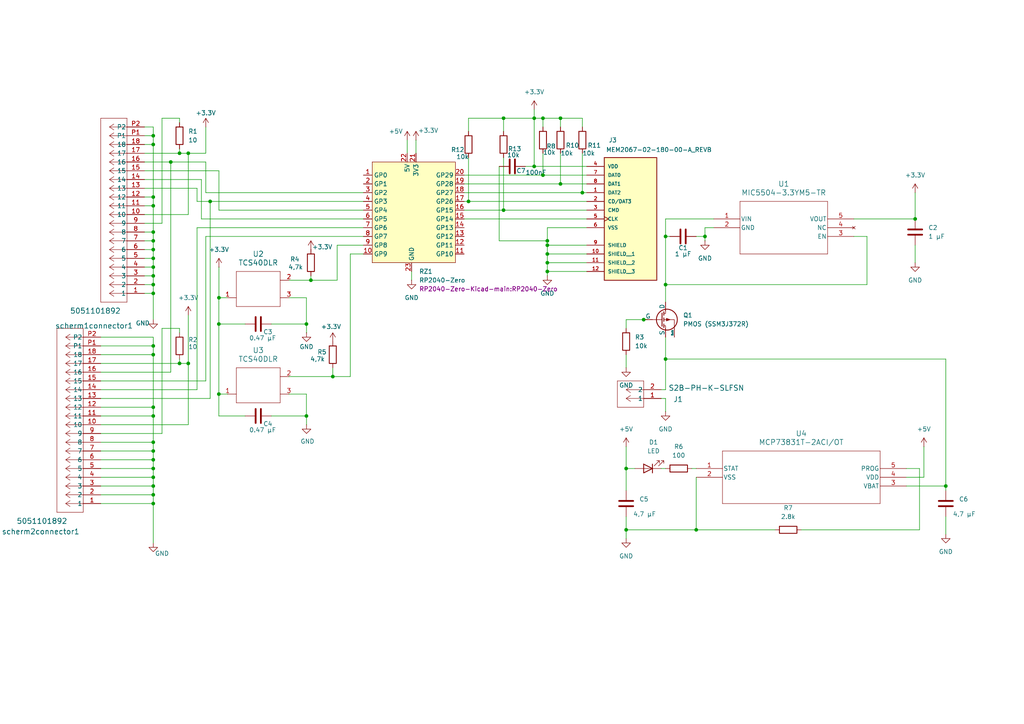
<source format=kicad_sch>
(kicad_sch (version 20231120) (generator "eeschema") (generator_version "8.0")
  (paper "A4")
  (lib_symbols
    (symbol "2025-02-12_21-33-58:MIC5504-3.3YM5-TR" (pin_names (offset 0.254))
      (property "Reference" "U" (at 20.32 10.16 0))
      (property "Value" "MIC5504-3.3YM5-TR" (at 20.32 7.62 0))
      (symbol "MIC5504-3.3YM5-TR_0_1"
        (pin input line (at 0 0 0) (length 7.62) (name "VIN") (number "1"))
        (pin power_in line (at 0 -2.54 0) (length 7.62) (name "GND") (number "2"))
        (pin input line (at 40.64 -5.08 180) (length 7.62) (name "EN") (number "3"))
        (pin no_connect line (at 40.64 -2.54 180) (length 7.62) (name "NC") (number "4"))
        (pin output line (at 40.64 0 180) (length 7.62) (name "VOUT") (number "5"))
      )
    )
    (symbol "2025-02-15_13-03-05:TCS40DLR" (pin_names (offset 0.254) hide)
      (property "Reference" "U" (at 0 0 0))
      (property "Value" "TCS40DLR" (at 0 0 0))
      (symbol "TCS40DLR_0_1"
        (pin unspecified line (at -2.5146 -7.62 180) (length 0.0254) (name "1") (number "1"))
        (pin unspecified line (at 15.2654 -2.54 180) (length 0.0254) (name "2") (number "2"))
        (pin unspecified line (at 15.2654 -7.62 180) (length 0.0254) (name "3") (number "3"))
      )
    )
    (symbol "2025-02-15_14-27-31:MCP73831T-2ACI_OT" (pin_names (offset 0.254))
      (property "Reference" "U" (at 30.48 10.16 0))
      (property "Value" "MCP73831T-2ACI/OT" (at 30.48 7.62 0))
      (symbol "MCP73831T-2ACI_OT_0_1"
        (pin unspecified line (at 0 0 0) (length 7.62) (name "STAT") (number "1"))
        (pin unspecified line (at 0 -2.54 0) (length 7.62) (name "VSS") (number "2"))
        (pin unspecified line (at 60.96 -5.08 180) (length 7.62) (name "VBAT") (number "3"))
        (pin unspecified line (at 60.96 -2.54 180) (length 7.62) (name "VDD") (number "4"))
        (pin unspecified line (at 60.96 0 180) (length 7.62) (name "PROG") (number "5"))
      )
    )
    (symbol "2025-02-15_18-16-08:5051101892" (pin_names (offset 0.254))
      (property "Reference" "J" (at 8.89 6.35 0))
      (property "Value" "5051101892" (at 0 0 0))
      (symbol "5051101892_1_1"
        (pin unspecified line (at 0 0 0) (length 5.08) (name "1") (number "1"))
        (pin unspecified line (at 0 -22.86 0) (length 5.08) (name "10") (number "10"))
        (pin unspecified line (at 0 -25.4 0) (length 5.08) (name "11") (number "11"))
        (pin unspecified line (at 0 -27.94 0) (length 5.08) (name "12") (number "12"))
        (pin unspecified line (at 0 -30.48 0) (length 5.08) (name "13") (number "13"))
        (pin unspecified line (at 0 -33.02 0) (length 5.08) (name "14") (number "14"))
        (pin unspecified line (at 0 -35.56 0) (length 5.08) (name "15") (number "15"))
        (pin unspecified line (at 0 -38.1 0) (length 5.08) (name "16") (number "16"))
        (pin unspecified line (at 0 -40.64 0) (length 5.08) (name "17") (number "17"))
        (pin unspecified line (at 0 -43.18 0) (length 5.08) (name "18") (number "18"))
        (pin unspecified line (at 0 -2.54 0) (length 5.08) (name "2") (number "2"))
        (pin unspecified line (at 0 -5.08 0) (length 5.08) (name "3") (number "3"))
        (pin unspecified line (at 0 -7.62 0) (length 5.08) (name "4") (number "4"))
        (pin unspecified line (at 0 -10.16 0) (length 5.08) (name "5") (number "5"))
        (pin unspecified line (at 0 -12.7 0) (length 5.08) (name "6") (number "6"))
        (pin unspecified line (at 0 -15.24 0) (length 5.08) (name "7") (number "7"))
        (pin unspecified line (at 0 -17.78 0) (length 5.08) (name "8") (number "8"))
        (pin unspecified line (at 0 -20.32 0) (length 5.08) (name "9") (number "9"))
        (pin unspecified line (at 0 -45.72 0) (length 5.08) (name "P1") (number "P1"))
        (pin unspecified line (at 0 -48.26 0) (length 5.08) (name "P2") (number "P2"))
      )
      (symbol "5051101892_1_2"
        (pin unspecified line (at 0 0 0) (length 5.08) (name "1") (number "1"))
        (pin unspecified line (at 0 -22.86 0) (length 5.08) (name "10") (number "10"))
        (pin unspecified line (at 0 -25.4 0) (length 5.08) (name "11") (number "11"))
        (pin unspecified line (at 0 -27.94 0) (length 5.08) (name "12") (number "12"))
        (pin unspecified line (at 0 -30.48 0) (length 5.08) (name "13") (number "13"))
        (pin unspecified line (at 0 -33.02 0) (length 5.08) (name "14") (number "14"))
        (pin unspecified line (at 0 -35.56 0) (length 5.08) (name "15") (number "15"))
        (pin unspecified line (at 0 -38.1 0) (length 5.08) (name "16") (number "16"))
        (pin unspecified line (at 0 -40.64 0) (length 5.08) (name "17") (number "17"))
        (pin unspecified line (at 0 -43.18 0) (length 5.08) (name "18") (number "18"))
        (pin unspecified line (at 0 -2.54 0) (length 5.08) (name "2") (number "2"))
        (pin unspecified line (at 0 -5.08 0) (length 5.08) (name "3") (number "3"))
        (pin unspecified line (at 0 -7.62 0) (length 5.08) (name "4") (number "4"))
        (pin unspecified line (at 0 -10.16 0) (length 5.08) (name "5") (number "5"))
        (pin unspecified line (at 0 -12.7 0) (length 5.08) (name "6") (number "6"))
        (pin unspecified line (at 0 -15.24 0) (length 5.08) (name "7") (number "7"))
        (pin unspecified line (at 0 -17.78 0) (length 5.08) (name "8") (number "8"))
        (pin unspecified line (at 0 -20.32 0) (length 5.08) (name "9") (number "9"))
        (pin unspecified line (at 0 -45.72 0) (length 5.08) (name "P1") (number "P1"))
        (pin unspecified line (at 0 -48.26 0) (length 5.08) (name "P2") (number "P2"))
      )
    )
    (symbol "2025-02-15_18-41-20:S2B-PH-K-SLFSN" (pin_names (offset 0.254))
      (property "Reference" "J" (at 8.89 6.35 0))
      (property "Value" "S2B-PH-K-SLFSN" (at 0 0 0))
      (symbol "S2B-PH-K-SLFSN_1_1"
        (pin unspecified line (at 0 0 0) (length 5.08) (name "1") (number "1"))
        (pin unspecified line (at 0 -2.54 0) (length 5.08) (name "2") (number "2"))
      )
      (symbol "S2B-PH-K-SLFSN_1_2"
        (pin unspecified line (at 0 0 0) (length 5.08) (name "1") (number "1"))
        (pin unspecified line (at 0 -2.54 0) (length 5.08) (name "2") (number "2"))
      )
    )
    (symbol "Device:C" (pin_numbers hide) (pin_names (offset 0.254))
      (property "Reference" "C" (at 0.635 2.54 0))
      (property "Value" "C" (at 0.635 -2.54 0))
      (symbol "C_1_1"
        (pin passive line (at 0 3.81 270) (length 2.794) (name "~") (number "1"))
        (pin passive line (at 0 -3.81 90) (length 2.794) (name "~") (number "2"))
      )
    )
    (symbol "Device:LED" (pin_numbers hide) (pin_names (offset 1.016) hide)
      (property "Reference" "D" (at 0 2.54 0))
      (property "Value" "LED" (at 0 -2.54 0))
      (symbol "LED_1_1"
        (pin passive line (at -3.81 0 0) (length 2.54) (name "K") (number "1"))
        (pin passive line (at 3.81 0 180) (length 2.54) (name "A") (number "2"))
      )
    )
    (symbol "Device:R" (pin_numbers hide) (pin_names (offset 0))
      (property "Reference" "R" (at 2.032 0 90))
      (property "Value" "R" (at 0 0 90))
      (symbol "R_1_1"
        (pin passive line (at 0 3.81 270) (length 1.27) (name "~") (number "1"))
        (pin passive line (at 0 -3.81 90) (length 1.27) (name "~") (number "2"))
      )
    )
    (symbol "MEM2067-02-180-00-A_REVB:MEM2067-02-180-00-A_REVB" (pin_names (offset 1.016))
      (property "Reference" "J" (at 0 12.7117 0))
      (property "Value" "MEM2067-02-180-00-A_REVB" (at 0 -25.4026 0))
      (symbol "MEM2067-02-180-00-A_REVB_0_0"
        (pin bidirectional line (at -5.08 2.54 0) (length 5.08) (name "DAT2") (number "1"))
        (pin passive line (at -5.08 -15.24 0) (length 5.08) (name "SHIELD__1") (number "10"))
        (pin passive line (at -5.08 -17.78 0) (length 5.08) (name "SHIELD__2") (number "11"))
        (pin passive line (at -5.08 -20.32 0) (length 5.08) (name "SHIELD__3") (number "12"))
        (pin bidirectional line (at -5.08 0 0) (length 5.08) (name "CD/DAT3") (number "2"))
        (pin bidirectional line (at -5.08 -2.54 0) (length 5.08) (name "CMD") (number "3"))
        (pin power_in line (at -5.08 10.16 0) (length 5.08) (name "VDD") (number "4"))
        (pin bidirectional clock (at -5.08 -5.08 0) (length 5.08) (name "CLK") (number "5"))
        (pin power_in line (at -5.08 -7.62 0) (length 5.08) (name "VSS") (number "6"))
        (pin bidirectional line (at -5.08 7.62 0) (length 5.08) (name "DAT0") (number "7"))
        (pin bidirectional line (at -5.08 5.08 0) (length 5.08) (name "DAT1") (number "8"))
        (pin passive line (at -5.08 -12.7 0) (length 5.08) (name "SHIELD") (number "9"))
      )
    )
    (symbol "Simulation_SPICE:PMOS_Substrate" (pin_numbers hide) (pin_names (offset 0))
      (property "Reference" "Q" (at 6.35 1.27 0))
      (property "Value" "PMOS_Substrate" (at 6.35 -1.27 0))
      (symbol "PMOS_Substrate_1_1"
        (pin passive line (at 2.54 5.08 270) (length 2.54) (name "D") (number "1"))
        (pin input line (at -3.81 0 0) (length 2.54) (name "G") (number "2"))
        (pin passive line (at 2.54 -5.08 90) (length 2.54) (name "S") (number "3"))
        (pin input line (at 5.08 -5.08 90) (length 2.54) (name "Bulk") (number "4"))
      )
    )
    (symbol "power:+3.3V" (power) (pin_numbers hide) (pin_names (offset 0) hide)
      (property "Value" "+3.3V" (at 0 3.556 0))
      (symbol "+3.3V_1_1"
        (pin power_in line (at 0 0 90) (length 0) (name "~") (number "1"))
      )
    )
    (symbol "power:+5V" (power) (pin_numbers hide) (pin_names (offset 0) hide)
      (property "Value" "+5V" (at 0 3.556 0))
      (symbol "+5V_1_1"
        (pin power_in line (at 0 0 90) (length 0) (name "~") (number "1"))
      )
    )
    (symbol "power:GND" (power) (pin_numbers hide) (pin_names (offset 0) hide)
      (property "Value" "GND" (at 0 -3.81 0))
      (symbol "GND_1_1"
        (pin power_in line (at 0 0 270) (length 0) (name "~") (number "1"))
      )
    )
    (symbol "rp2040-zero:RP2040-Zero"
      (property "Reference" "RZ" (at 0 0 0))
      (property "Value" "RP2040-Zero" (at 0 -2.54 0))
      (property "Footprint" "RP2040-Zero:RP2040-Zero" (at 0 0 0))
      (symbol "RP2040-Zero_1_1"
        (pin bidirectional line (at -13.97 10.16 0) (length 2.54) (name "GP0") (number "1"))
        (pin bidirectional line (at -13.97 -12.7 0) (length 2.54) (name "GP9") (number "10"))
        (pin bidirectional line (at 15.24 -12.7 180) (length 2.54) (name "GP10") (number "11"))
        (pin bidirectional line (at 15.24 -10.16 180) (length 2.54) (name "GP11") (number "12"))
        (pin bidirectional line (at 15.24 -7.62 180) (length 2.54) (name "GP12") (number "13"))
        (pin bidirectional line (at 15.24 -5.08 180) (length 2.54) (name "GP13") (number "14"))
        (pin bidirectional line (at 15.24 -2.54 180) (length 2.54) (name "GP14") (number "15"))
        (pin bidirectional line (at 15.24 0 180) (length 2.54) (name "GP15") (number "16"))
        (pin bidirectional line (at 15.24 2.54 180) (length 2.54) (name "GP26") (number "17"))
        (pin bidirectional line (at 15.24 5.08 180) (length 2.54) (name "GP27") (number "18"))
        (pin bidirectional line (at 15.24 7.62 180) (length 2.54) (name "GP28") (number "19"))
        (pin bidirectional line (at -13.97 7.62 0) (length 2.54) (name "GP1") (number "2"))
        (pin bidirectional line (at 15.24 10.16 180) (length 2.54) (name "GP29") (number "20"))
        (pin power_in line (at 1.27 16.51 270) (length 2.54) (name "3V3") (number "21"))
        (pin power_in line (at -1.27 16.51 270) (length 2.54) (name "5V") (number "22"))
        (pin power_in line (at 0 -17.78 90) (length 2.54) (name "GND") (number "23"))
        (pin bidirectional line (at -13.97 5.08 0) (length 2.54) (name "GP2") (number "3"))
        (pin bidirectional line (at -13.97 2.54 0) (length 2.54) (name "GP3") (number "4"))
        (pin bidirectional line (at -13.97 0 0) (length 2.54) (name "GP4") (number "5"))
        (pin bidirectional line (at -13.97 -2.54 0) (length 2.54) (name "GP5") (number "6"))
        (pin bidirectional line (at -13.97 -5.08 0) (length 2.54) (name "GP6") (number "7"))
        (pin bidirectional line (at -13.97 -7.62 0) (length 2.54) (name "GP7") (number "8"))
        (pin bidirectional line (at -13.97 -10.16 0) (length 2.54) (name "GP8") (number "9"))
      )
    )
  )
  (junction (at 44.45 146.05))
  (junction (at 90.17 81.28))
  (junction (at 157.48 34.29))
  (junction (at 54.61 44.45))
  (junction (at 49.53 46.99))
  (junction (at 44.45 135.89))
  (junction (at 154.94 48.26))
  (junction (at 44.45 140.97))
  (junction (at 96.52 109.22))
  (junction (at 52.07 105.41))
  (junction (at 44.45 100.33))
  (junction (at 44.45 118.11))
  (junction (at 158.75 71.12))
  (junction (at 204.47 68.58))
  (junction (at 146.05 60.96))
  (junction (at 44.45 128.27))
  (junction (at 181.61 135.89))
  (junction (at 265.43 63.5))
  (junction (at 44.45 143.51))
  (junction (at 162.56 34.29))
  (junction (at 63.5 86.36))
  (junction (at 44.45 85.09))
  (junction (at 44.45 102.87))
  (junction (at 44.45 138.43))
  (junction (at 44.45 80.01))
  (junction (at 44.45 120.65))
  (junction (at 63.4746 114.3))
  (junction (at 158.75 76.2))
  (junction (at 193.04 104.14))
  (junction (at 44.45 72.39))
  (junction (at 158.75 78.74))
  (junction (at 157.48 50.8))
  (junction (at 44.45 39.37))
  (junction (at 60.96 58.42))
  (junction (at 44.45 74.93))
  (junction (at 158.75 73.66))
  (junction (at 54.61 105.41))
  (junction (at 44.45 59.69))
  (junction (at 274.32 140.97))
  (junction (at 44.45 130.81))
  (junction (at 44.45 77.47))
  (junction (at 154.94 34.29))
  (junction (at 168.91 55.88))
  (junction (at 52.07 44.45))
  (junction (at 181.61 153.67))
  (junction (at 162.56 53.34))
  (junction (at 88.8746 120.65))
  (junction (at 44.45 41.91))
  (junction (at 44.45 57.15))
  (junction (at 201.93 153.67))
  (junction (at 193.04 68.58))
  (junction (at 44.45 69.85))
  (junction (at 193.04 82.55))
  (junction (at 44.45 133.35))
  (junction (at 135.89 58.42))
  (junction (at 158.75 69.85))
  (junction (at 186.69 92.71))
  (junction (at 63.4746 93.98))
  (junction (at 44.45 82.55))
  (junction (at 88.8746 93.98))
  (junction (at 44.45 67.31))
  (junction (at 146.05 34.29))
  (wire (pts (xy 134.62 60.96) (xy 146.05 60.96)))
  (wire (pts (xy 44.45 128.27) (xy 44.45 130.81)))
  (wire (pts (xy 158.75 69.85) (xy 158.75 71.12)))
  (wire (pts (xy 274.32 140.97) (xy 274.32 142.24)))
  (wire (pts (xy 71.0946 120.65) (xy 63.4746 120.65)))
  (wire (pts (xy 193.04 115.57) (xy 193.04 119.38)))
  (wire (pts (xy 41.91 74.93) (xy 44.45 74.93)))
  (wire (pts (xy 54.61 44.45) (xy 59.69 44.45)))
  (wire (pts (xy 83.82 81.28) (xy 90.17 81.28)))
  (wire (pts (xy 262.89 140.97) (xy 274.32 140.97)))
  (wire (pts (xy 29.21 130.81) (xy 44.45 130.81)))
  (wire (pts (xy 52.07 34.29) (xy 52.07 35.56)))
  (wire (pts (xy 59.69 36.83) (xy 59.69 44.45)))
  (wire (pts (xy 41.91 85.09) (xy 44.45 85.09)))
  (wire (pts (xy 41.91 69.85) (xy 44.45 69.85)))
  (wire (pts (xy 193.04 97.79) (xy 193.04 104.14)))
  (wire (pts (xy 134.62 53.34) (xy 162.56 53.34)))
  (wire (pts (xy 29.21 110.49) (xy 59.69 110.49)))
  (wire (pts (xy 52.07 43.18) (xy 52.07 44.45)))
  (wire (pts (xy 41.91 57.15) (xy 44.45 57.15)))
  (wire (pts (xy 158.75 73.66) (xy 158.75 76.2)))
  (wire (pts (xy 144.78 48.26) (xy 144.78 69.85)))
  (wire (pts (xy 63.5 86.36) (xy 63.4746 86.36)))
  (wire (pts (xy 54.61 91.44) (xy 54.61 105.41)))
  (wire (pts (xy 44.45 59.69) (xy 44.45 67.31)))
  (wire (pts (xy 41.91 80.01) (xy 44.45 80.01)))
  (wire (pts (xy 262.89 138.43) (xy 267.97 138.43)))
  (wire (pts (xy 57.15 54.61) (xy 57.15 58.42)))
  (wire (pts (xy 29.21 146.05) (xy 44.45 146.05)))
  (wire (pts (xy 193.04 82.55) (xy 193.04 87.63)))
  (wire (pts (xy 96.52 109.22) (xy 101.6 109.22)))
  (wire (pts (xy 181.61 153.67) (xy 201.93 153.67)))
  (wire (pts (xy 29.21 115.57) (xy 60.96 115.57)))
  (wire (pts (xy 46.99 125.73) (xy 46.99 95.25)))
  (wire (pts (xy 29.21 107.95) (xy 49.53 107.95)))
  (wire (pts (xy 135.89 38.1) (xy 135.89 34.29)))
  (wire (pts (xy 63.4746 120.65) (xy 63.4746 114.3)))
  (wire (pts (xy 41.91 82.55) (xy 44.45 82.55)))
  (wire (pts (xy 63.4746 86.36) (xy 63.4746 93.98)))
  (wire (pts (xy 44.45 133.35) (xy 44.45 135.89)))
  (wire (pts (xy 88.8746 86.36) (xy 83.82 86.36)))
  (wire (pts (xy 29.21 120.65) (xy 44.45 120.65)))
  (wire (pts (xy 158.75 66.04) (xy 158.75 69.85)))
  (wire (pts (xy 57.15 113.03) (xy 57.15 66.04)))
  (wire (pts (xy 78.7146 93.98) (xy 88.8746 93.98)))
  (wire (pts (xy 119.38 78.74) (xy 119.38 81.28)))
  (wire (pts (xy 29.21 118.11) (xy 44.45 118.11)))
  (wire (pts (xy 44.45 138.43) (xy 44.45 140.97)))
  (wire (pts (xy 204.47 68.58) (xy 204.47 69.85)))
  (wire (pts (xy 193.04 104.14) (xy 193.04 113.03)))
  (wire (pts (xy 265.43 55.88) (xy 265.43 63.5)))
  (wire (pts (xy 158.75 78.74) (xy 170.18 78.74)))
  (wire (pts (xy 201.93 68.58) (xy 204.47 68.58)))
  (wire (pts (xy 59.69 46.99) (xy 59.69 55.88)))
  (wire (pts (xy 154.94 48.26) (xy 170.18 48.26)))
  (wire (pts (xy 29.21 113.03) (xy 57.15 113.03)))
  (wire (pts (xy 191.77 135.89) (xy 193.04 135.89)))
  (wire (pts (xy 29.21 135.89) (xy 44.45 135.89)))
  (wire (pts (xy 44.45 36.83) (xy 44.45 39.37)))
  (wire (pts (xy 41.91 46.99) (xy 49.53 46.99)))
  (wire (pts (xy 96.52 106.68) (xy 96.52 109.22)))
  (wire (pts (xy 135.89 34.29) (xy 146.05 34.29)))
  (wire (pts (xy 193.04 68.58) (xy 194.31 68.58)))
  (wire (pts (xy 168.91 44.45) (xy 168.91 55.88)))
  (wire (pts (xy 154.94 31.75) (xy 154.94 34.29)))
  (wire (pts (xy 44.45 74.93) (xy 44.45 77.47)))
  (wire (pts (xy 29.21 97.79) (xy 44.45 97.79)))
  (wire (pts (xy 44.45 82.55) (xy 44.45 85.09)))
  (wire (pts (xy 49.53 46.99) (xy 49.53 107.95)))
  (wire (pts (xy 247.65 68.58) (xy 251.46 68.58)))
  (wire (pts (xy 63.4746 93.98) (xy 63.4746 114.3)))
  (wire (pts (xy 54.61 123.19) (xy 54.61 105.41)))
  (wire (pts (xy 207.01 66.04) (xy 204.47 66.04)))
  (wire (pts (xy 201.93 138.43) (xy 201.93 153.67)))
  (wire (pts (xy 193.04 63.5) (xy 207.01 63.5)))
  (wire (pts (xy 52.07 44.45) (xy 54.61 44.45)))
  (wire (pts (xy 41.91 59.69) (xy 44.45 59.69)))
  (wire (pts (xy 41.91 44.45) (xy 52.07 44.45)))
  (wire (pts (xy 41.91 36.83) (xy 44.45 36.83)))
  (wire (pts (xy 44.45 72.39) (xy 44.45 74.93)))
  (wire (pts (xy 251.46 68.58) (xy 251.46 82.55)))
  (wire (pts (xy 44.45 118.11) (xy 44.45 120.65)))
  (wire (pts (xy 57.15 58.42) (xy 60.96 58.42)))
  (wire (pts (xy 157.48 44.45) (xy 157.48 50.8)))
  (wire (pts (xy 170.18 66.04) (xy 158.75 66.04)))
  (wire (pts (xy 29.21 105.41) (xy 52.07 105.41)))
  (wire (pts (xy 157.48 50.8) (xy 170.18 50.8)))
  (wire (pts (xy 71.0946 93.98) (xy 63.4746 93.98)))
  (wire (pts (xy 46.99 64.77) (xy 46.99 34.29)))
  (wire (pts (xy 181.61 92.71) (xy 186.69 92.71)))
  (wire (pts (xy 46.99 34.29) (xy 52.07 34.29)))
  (wire (pts (xy 154.94 34.29) (xy 154.94 48.26)))
  (wire (pts (xy 191.77 113.03) (xy 193.04 113.03)))
  (wire (pts (xy 157.48 36.83) (xy 157.48 34.29)))
  (wire (pts (xy 90.17 80.01) (xy 90.17 81.28)))
  (wire (pts (xy 44.45 80.01) (xy 44.45 82.55)))
  (wire (pts (xy 66.04 86.36) (xy 63.5 86.36)))
  (wire (pts (xy 120.65 40.64) (xy 120.65 44.45)))
  (wire (pts (xy 134.62 58.42) (xy 135.89 58.42)))
  (wire (pts (xy 134.62 55.88) (xy 168.91 55.88)))
  (wire (pts (xy 157.48 34.29) (xy 154.94 34.29)))
  (wire (pts (xy 66.04 114.3) (xy 63.4746 114.3)))
  (wire (pts (xy 52.07 95.25) (xy 52.07 96.52)))
  (wire (pts (xy 58.42 63.5) (xy 105.41 63.5)))
  (wire (pts (xy 41.91 52.07) (xy 58.42 52.07)))
  (wire (pts (xy 200.66 135.89) (xy 201.93 135.89)))
  (wire (pts (xy 63.5 77.47) (xy 63.5 86.36)))
  (wire (pts (xy 44.45 143.51) (xy 44.45 146.05)))
  (wire (pts (xy 41.91 67.31) (xy 44.45 67.31)))
  (wire (pts (xy 247.65 63.5) (xy 265.43 63.5)))
  (wire (pts (xy 158.75 76.2) (xy 158.75 78.74)))
  (wire (pts (xy 44.45 41.91) (xy 44.45 57.15)))
  (wire (pts (xy 266.7 135.89) (xy 266.7 153.67)))
  (wire (pts (xy 44.45 120.65) (xy 44.45 128.27)))
  (wire (pts (xy 134.62 63.5) (xy 170.18 63.5)))
  (wire (pts (xy 44.45 77.47) (xy 44.45 80.01)))
  (wire (pts (xy 44.45 140.97) (xy 44.45 143.51)))
  (wire (pts (xy 44.45 39.37) (xy 44.45 41.91)))
  (wire (pts (xy 41.91 54.61) (xy 57.15 54.61)))
  (wire (pts (xy 162.56 36.83) (xy 162.56 34.29)))
  (wire (pts (xy 274.32 140.97) (xy 274.32 104.14)))
  (wire (pts (xy 88.9 93.98) (xy 88.9 96.52)))
  (wire (pts (xy 251.46 82.55) (xy 193.04 82.55)))
  (wire (pts (xy 44.45 130.81) (xy 44.45 133.35)))
  (wire (pts (xy 135.89 58.42) (xy 170.18 58.42)))
  (wire (pts (xy 158.75 71.12) (xy 158.75 73.66)))
  (wire (pts (xy 88.9 93.98) (xy 88.8746 93.98)))
  (wire (pts (xy 168.91 36.83) (xy 168.91 34.29)))
  (wire (pts (xy 29.21 140.97) (xy 44.45 140.97)))
  (wire (pts (xy 187.96 92.71) (xy 186.69 92.71)))
  (wire (pts (xy 168.91 55.88) (xy 170.18 55.88)))
  (wire (pts (xy 29.21 133.35) (xy 44.45 133.35)))
  (wire (pts (xy 181.61 129.54) (xy 181.61 135.89)))
  (wire (pts (xy 162.56 53.34) (xy 170.18 53.34)))
  (wire (pts (xy 59.69 55.88) (xy 105.41 55.88)))
  (wire (pts (xy 78.7146 120.65) (xy 88.8746 120.65)))
  (wire (pts (xy 152.4 48.26) (xy 154.94 48.26)))
  (wire (pts (xy 83.82 109.22) (xy 96.52 109.22)))
  (wire (pts (xy 54.61 62.23) (xy 54.61 44.45)))
  (wire (pts (xy 60.96 58.42) (xy 60.96 115.57)))
  (wire (pts (xy 101.6 109.22) (xy 101.6 73.66)))
  (wire (pts (xy 158.75 76.2) (xy 170.18 76.2)))
  (wire (pts (xy 101.6 73.66) (xy 105.41 73.66)))
  (wire (pts (xy 181.61 149.86) (xy 181.61 153.67)))
  (wire (pts (xy 63.5 60.96) (xy 105.41 60.96)))
  (wire (pts (xy 168.91 34.29) (xy 162.56 34.29)))
  (wire (pts (xy 59.69 68.58) (xy 105.41 68.58)))
  (wire (pts (xy 49.53 46.99) (xy 59.69 46.99)))
  (wire (pts (xy 181.61 135.89) (xy 181.61 142.24)))
  (wire (pts (xy 88.8746 86.36) (xy 88.8746 93.98)))
  (wire (pts (xy 44.45 100.33) (xy 29.21 100.33)))
  (wire (pts (xy 29.21 138.43) (xy 44.45 138.43)))
  (wire (pts (xy 59.69 110.49) (xy 59.69 68.58)))
  (wire (pts (xy 158.75 73.66) (xy 170.18 73.66)))
  (wire (pts (xy 41.91 77.47) (xy 44.45 77.47)))
  (wire (pts (xy 44.45 102.87) (xy 29.21 102.87)))
  (wire (pts (xy 224.79 153.67) (xy 201.93 153.67)))
  (wire (pts (xy 97.79 71.12) (xy 105.41 71.12)))
  (wire (pts (xy 41.91 64.77) (xy 46.99 64.77)))
  (wire (pts (xy 44.45 69.85) (xy 44.45 72.39)))
  (wire (pts (xy 181.61 153.67) (xy 181.61 156.21)))
  (wire (pts (xy 146.05 34.29) (xy 154.94 34.29)))
  (wire (pts (xy 58.42 52.07) (xy 58.42 63.5)))
  (wire (pts (xy 97.79 81.28) (xy 97.79 71.12)))
  (wire (pts (xy 181.61 95.25) (xy 181.61 92.71)))
  (wire (pts (xy 41.91 41.91) (xy 44.45 41.91)))
  (wire (pts (xy 29.21 125.73) (xy 46.99 125.73)))
  (wire (pts (xy 88.9 120.65) (xy 88.8746 120.65)))
  (wire (pts (xy 146.05 45.72) (xy 146.05 60.96)))
  (wire (pts (xy 267.97 129.54) (xy 267.97 138.43)))
  (wire (pts (xy 135.89 45.72) (xy 135.89 58.42)))
  (wire (pts (xy 265.43 71.12) (xy 265.43 76.2)))
  (wire (pts (xy 193.04 63.5) (xy 193.04 68.58)))
  (wire (pts (xy 52.07 104.14) (xy 52.07 105.41)))
  (wire (pts (xy 57.15 66.04) (xy 105.41 66.04)))
  (wire (pts (xy 266.7 153.67) (xy 232.41 153.67)))
  (wire (pts (xy 41.91 49.53) (xy 63.5 49.53)))
  (wire (pts (xy 158.75 78.74) (xy 158.75 80.01)))
  (wire (pts (xy 29.21 143.51) (xy 44.45 143.51)))
  (wire (pts (xy 44.45 100.33) (xy 44.45 102.87)))
  (wire (pts (xy 44.45 57.15) (xy 44.45 59.69)))
  (wire (pts (xy 44.45 67.31) (xy 44.45 69.85)))
  (wire (pts (xy 181.61 135.89) (xy 184.15 135.89)))
  (wire (pts (xy 44.45 85.09) (xy 44.45 92.71)))
  (wire (pts (xy 134.62 50.8) (xy 157.48 50.8)))
  (wire (pts (xy 162.56 44.45) (xy 162.56 53.34)))
  (wire (pts (xy 44.45 135.89) (xy 44.45 138.43)))
  (wire (pts (xy 181.61 102.87) (xy 181.61 106.68)))
  (wire (pts (xy 274.32 149.86) (xy 274.32 154.94)))
  (wire (pts (xy 88.9 120.65) (xy 88.9 123.19)))
  (wire (pts (xy 41.91 62.23) (xy 54.61 62.23)))
  (wire (pts (xy 262.89 135.89) (xy 266.7 135.89)))
  (wire (pts (xy 60.96 58.42) (xy 105.41 58.42)))
  (wire (pts (xy 170.18 71.12) (xy 158.75 71.12)))
  (wire (pts (xy 193.04 68.58) (xy 193.04 82.55)))
  (wire (pts (xy 118.11 40.64) (xy 118.11 44.45)))
  (wire (pts (xy 29.21 128.27) (xy 44.45 128.27)))
  (wire (pts (xy 204.47 66.04) (xy 204.47 68.58)))
  (wire (pts (xy 46.99 95.25) (xy 52.07 95.25)))
  (wire (pts (xy 44.45 146.05) (xy 44.45 157.48)))
  (wire (pts (xy 41.91 72.39) (xy 44.45 72.39)))
  (wire (pts (xy 29.21 123.19) (xy 54.61 123.19)))
  (wire (pts (xy 44.45 97.79) (xy 44.45 100.33)))
  (wire (pts (xy 146.05 34.29) (xy 146.05 38.1)))
  (wire (pts (xy 146.05 60.96) (xy 170.18 60.96)))
  (wire (pts (xy 157.48 34.29) (xy 162.56 34.29)))
  (wire (pts (xy 44.45 102.87) (xy 44.45 118.11)))
  (wire (pts (xy 52.07 105.41) (xy 54.61 105.41)))
  (wire (pts (xy 88.8746 114.3) (xy 88.8746 120.65)))
  (wire (pts (xy 63.5 49.53) (xy 63.5 60.96)))
  (wire (pts (xy 144.78 69.85) (xy 158.75 69.85)))
  (wire (pts (xy 41.91 39.37) (xy 44.45 39.37)))
  (wire (pts (xy 274.32 104.14) (xy 193.04 104.14)))
  (wire (pts (xy 191.77 115.57) (xy 193.04 115.57)))
  (wire (pts (xy 83.82 114.3) (xy 88.8746 114.3)))
  (wire (pts (xy 90.17 81.28) (xy 97.79 81.28)))
  (symbol (lib_id "2025-02-15_13-03-05:TCS40DLR") (at 68.5546 106.68 0) (unit 1)
    (property "Reference" "U3" (at 74.9046 101.6 0) (effects (font (size 1.524 1.524))))
    (property "Value" "TCS40DLR" (at 74.9046 104.14 0) (effects (font (size 1.524 1.524))))
    (property "Footprint" "SOT-23F_TOS" (effects (hide yes)))
    (property "Datasheet" "TCS40DLR" (effects (hide yes)))
  )
  (symbol (lib_id "Device:R") (at 90.17 76.2 180) (unit 1)
    (property "Reference" "R4" (at 86.868 75.184 0) (effects (justify left)))
    (property "Value" "4,7k" (at 87.884 77.47 0) (effects (justify left)))
    (property "Footprint" "Resistor_SMD:R_0402_1005Metric_Pad0.72x0.64mm_HandSolder" (effects (hide yes)))
    (property "Description" "Resistor" (effects (hide yes)))
  )
  (symbol (lib_id "Device:C") (at 181.61 146.05 0) (unit 1)
    (property "Reference" "C5" (at 185.42 144.7799 0) (effects (justify left)))
    (property "Value" "4,7 μF" (at 183.642 149.098 0) (effects (justify left)))
    (property "Footprint" "Capacitor_SMD:C_0603_1608Metric_Pad1.08x0.95mm_HandSolder" (effects (hide yes)))
    (property "Description" "Unpolarized capacitor" (effects (hide yes)))
  )
  (symbol (lib_id "power:GND") (at 88.9 96.52 0) (unit 1)
    (property "Reference" "#PWR013" (effects (hide yes)))
    (property "Value" "GND" (at 88.9 100.584 0))
    (property "Description" "Power symbol creates a global label with name \"GND\" , ground" (effects (hide yes)))
  )
  (symbol (lib_id "power:GND") (at 158.75 80.01 0) (unit 1)
    (property "Reference" "#PWR022" (effects (hide yes)))
    (property "Value" "GND" (at 158.75 85.09 0))
    (property "Description" "Power symbol creates a global label with name \"GND\" , ground" (effects (hide yes)))
  )
  (symbol (lib_id "power:+5V") (at 118.11 40.64 0) (unit 1)
    (property "Reference" "#PWR017" (effects (hide yes)))
    (property "Value" "+5V" (at 114.808 38.1 0))
    (property "Description" "Power symbol creates a global label with name \"+5V\"" (effects (hide yes)))
  )
  (symbol (lib_id "2025-02-15_18-16-08:5051101892") (at 29.21 146.05 180) (unit 1)
    (property "Reference" "scherm2connector1" (at 23.114 154.178 0) (effects (font (size 1.524 1.524)) (justify left)))
    (property "Value" "5051101892" (at 19.558 151.13 0) (effects (font (size 1.524 1.524)) (justify left)))
    (property "Footprint" "CON_5051101892_MOL" (effects (hide yes)))
    (property "Datasheet" "5051101892" (effects (hide yes)))
  )
  (symbol (lib_id "power:+5V") (at 181.61 129.54 0) (unit 1)
    (property "Reference" "#PWR018" (effects (hide yes)))
    (property "Value" "+5V" (at 181.61 124.46 0))
    (property "Description" "Power symbol creates a global label with name \"+5V\"" (effects (hide yes)))
  )
  (symbol (lib_id "Device:C") (at 198.12 68.58 90) (unit 1)
    (property "Reference" "C1" (at 198.12 71.882 90))
    (property "Value" "1 μF" (at 198.12 73.66 90))
    (property "Footprint" "Capacitor_SMD:C_0402_1005Metric_Pad0.74x0.62mm_HandSolder" (effects (hide yes)))
    (property "Description" "Unpolarized capacitor" (effects (hide yes)))
  )
  (symbol (lib_id "Device:R") (at 168.91 40.64 0) (unit 1)
    (property "Reference" "R11" (at 170.434 42.164 0) (effects (justify left)))
    (property "Value" "10k" (at 168.91 44.45 0) (effects (justify left)))
    (property "Footprint" "Resistor_SMD:R_0402_1005Metric_Pad0.72x0.64mm_HandSolder" (effects (hide yes)))
    (property "Description" "Resistor" (effects (hide yes)))
  )
  (symbol (lib_id "Device:R") (at 157.48 40.64 0) (unit 1)
    (property "Reference" "R8" (at 158.496 42.418 0) (effects (justify left)))
    (property "Value" "10k" (at 157.48 44.196 0) (effects (justify left)))
    (property "Footprint" "Resistor_SMD:R_0402_1005Metric_Pad0.72x0.64mm_HandSolder" (effects (hide yes)))
    (property "Description" "Resistor" (effects (hide yes)))
  )
  (symbol (lib_id "Device:R") (at 146.05 41.91 0) (unit 1)
    (property "Reference" "R13" (at 147.32 43.18 0) (effects (justify left)))
    (property "Value" "10k" (at 147.066 44.958 0) (effects (justify left)))
    (property "Footprint" "Resistor_SMD:R_0402_1005Metric_Pad0.72x0.64mm_HandSolder" (effects (hide yes)))
    (property "Description" "Resistor" (effects (hide yes)))
  )
  (symbol (lib_id "2025-02-15_18-41-20:S2B-PH-K-SLFSN") (at 191.77 115.57 180) (unit 1)
    (property "Reference" "J1" (at 198.12 115.824 0) (effects (font (size 1.524 1.524)) (justify left)))
    (property "Value" "S2B-PH-K-SLFSN" (at 215.9 112.522 0) (effects (font (size 1.524 1.524)) (justify left)))
    (property "Footprint" "CONN_S2B-PH-K-S_JST" (effects (hide yes)))
    (property "Datasheet" "S2B-PH-K-SLFSN" (effects (hide yes)))
  )
  (symbol (lib_id "Device:LED") (at 187.96 135.89 180) (unit 1)
    (property "Reference" "D1" (at 189.5475 128.27 0))
    (property "Value" "LED" (at 189.5475 130.81 0))
    (property "Footprint" "LED_SMD:LED_0603_1608Metric_Pad1.05x0.95mm_HandSolder" (effects (hide yes)))
    (property "Description" "Light emitting diode" (effects (hide yes)))
  )
  (symbol (lib_id "power:+3.3V") (at 120.65 40.64 0) (unit 1)
    (property "Reference" "#PWR03" (effects (hide yes)))
    (property "Value" "+3.3V" (at 124.206 37.846 0))
    (property "Description" "Power symbol creates a global label with name \"+3.3V\"" (effects (hide yes)))
  )
  (symbol (lib_id "Device:R") (at 96.52 102.87 180) (unit 1)
    (property "Reference" "R5" (at 94.742 102.108 0) (effects (justify left)))
    (property "Value" "4,7k" (at 94.234 104.14 0) (effects (justify left)))
    (property "Footprint" "Resistor_SMD:R_0402_1005Metric_Pad0.72x0.64mm_HandSolder" (effects (hide yes)))
    (property "Description" "Resistor" (effects (hide yes)))
  )
  (symbol (lib_id "power:GND") (at 44.45 92.71 0) (unit 1)
    (property "Reference" "#PWR04" (effects (hide yes)))
    (property "Value" "GND" (at 41.402 93.726 0))
    (property "Description" "Power symbol creates a global label with name \"GND\" , ground" (effects (hide yes)))
  )
  (symbol (lib_id "power:+5V") (at 267.97 129.54 0) (unit 1)
    (property "Reference" "#PWR020" (effects (hide yes)))
    (property "Value" "+5V" (at 267.97 124.46 0))
    (property "Description" "Power symbol creates a global label with name \"+5V\"" (effects (hide yes)))
  )
  (symbol (lib_id "power:GND") (at 274.32 154.94 0) (unit 1)
    (property "Reference" "#PWR021" (effects (hide yes)))
    (property "Value" "GND" (at 274.32 160.02 0))
    (property "Description" "Power symbol creates a global label with name \"GND\" , ground" (effects (hide yes)))
  )
  (symbol (lib_id "power:GND") (at 181.61 156.21 0) (unit 1)
    (property "Reference" "#PWR019" (effects (hide yes)))
    (property "Value" "GND" (at 181.61 161.29 0))
    (property "Description" "Power symbol creates a global label with name \"GND\" , ground" (effects (hide yes)))
  )
  (symbol (lib_id "Device:C") (at 274.32 146.05 0) (unit 1)
    (property "Reference" "C6" (at 278.13 144.7799 0) (effects (justify left)))
    (property "Value" "4,7 μF" (at 276.352 149.098 0) (effects (justify left)))
    (property "Footprint" "Capacitor_SMD:C_0603_1608Metric_Pad1.08x0.95mm_HandSolder" (effects (hide yes)))
    (property "Description" "Unpolarized capacitor" (effects (hide yes)))
  )
  (symbol (lib_id "power:+3.3V") (at 96.52 99.06 0) (unit 1)
    (property "Reference" "#PWR016" (effects (hide yes)))
    (property "Value" "+3.3V" (at 96.012 94.742 0))
    (property "Description" "Power symbol creates a global label with name \"+3.3V\"" (effects (hide yes)))
  )
  (symbol (lib_id "Device:R") (at 52.07 39.37 0) (unit 1)
    (property "Reference" "R1" (at 54.61 38.0999 0) (effects (justify left)))
    (property "Value" "10" (at 54.61 40.6399 0) (effects (justify left)))
    (property "Footprint" "Resistor_SMD:R_0402_1005Metric_Pad0.72x0.64mm_HandSolder" (effects (hide yes)))
    (property "Description" "Resistor" (effects (hide yes)))
  )
  (symbol (lib_id "rp2040-zero:RP2040-Zero") (at 119.38 60.96 0) (unit 1)
    (property "Reference" "RZ1" (at 121.5741 78.74 0) (effects (justify left)))
    (property "Value" "RP2040-Zero" (at 121.5741 81.28 0) (effects (justify left)))
    (property "Footprint" "RP2040-Zero-Kicad-main:RP2040-Zero" (at 121.5741 83.82 0) (effects (justify left)))
  )
  (symbol (lib_id "Device:R") (at 52.07 100.33 0) (unit 1)
    (property "Reference" "R2" (at 54.61 98.552 0) (effects (justify left)))
    (property "Value" "10" (at 54.61 100.584 0) (effects (justify left)))
    (property "Footprint" "Resistor_SMD:R_0402_1005Metric_Pad0.72x0.64mm_HandSolder" (effects (hide yes)))
    (property "Description" "Resistor" (effects (hide yes)))
  )
  (symbol (lib_id "power:+3.3V") (at 54.61 91.44 0) (unit 1)
    (property "Reference" "#PWR06" (effects (hide yes)))
    (property "Value" "+3.3V" (at 54.61 86.36 0))
    (property "Description" "Power symbol creates a global label with name \"+3.3V\"" (effects (hide yes)))
  )
  (symbol (lib_id "Simulation_SPICE:PMOS_Substrate") (at 190.5 92.71 0) (unit 1)
    (property "Reference" "Q1" (at 198.12 91.4399 0) (effects (justify left)))
    (property "Value" "PMOS (SSM3J372R)" (at 198.12 93.9799 0) (effects (justify left)))
    (property "Footprint" "mosfet:SOT-23F_TOS" (effects (hide yes)))
    (property "Datasheet" "https://ngspice.sourceforge.io/docs/ngspice-html-manual/manual.xhtml#cha_MOSFETs" (effects (hide yes)))
    (property "Description" "P-channel MOSFET symbol with substrate (bulk) pin" (effects (hide yes)))
    (property "Sim.Device" "PMOS" (effects (hide yes)))
    (property "Sim.Type" "MOS1" (effects (hide yes)))
    (property "Sim.Pins" "1=D 2=G 3=S 4=B" (effects (hide yes)))
  )
  (symbol (lib_id "MEM2067-02-180-00-A_REVB:MEM2067-02-180-00-A_REVB") (at 175.26 58.42 0) (unit 1)
    (property "Reference" "J3" (at 176.53 40.64 0) (effects (justify left)))
    (property "Value" "MEM2067-02-180-00-A_REVB" (at 175.768 43.434 0) (effects (justify left)))
    (property "Footprint" "micro sd card reader:GCT_MEM2067-02-180-00-A_REVB" (effects (hide yes)))
    (property "MANUFACTURER" "GCT" (effects (hide yes)))
  )
  (symbol (lib_id "Device:R") (at 228.6 153.67 90) (unit 1)
    (property "Reference" "R7" (at 228.6 147.32 90))
    (property "Value" "2.8k" (at 228.6 149.86 90))
    (property "Footprint" "Resistor_SMD:R_0402_1005Metric_Pad0.72x0.64mm_HandSolder" (effects (hide yes)))
    (property "Description" "Resistor" (effects (hide yes)))
  )
  (symbol (lib_id "power:GND") (at 181.61 106.68 0) (unit 1)
    (property "Reference" "#PWR011" (effects (hide yes)))
    (property "Value" "GND" (at 181.61 111.76 0))
    (property "Description" "Power symbol creates a global label with name \"GND\" , ground" (effects (hide yes)))
  )
  (symbol (lib_id "power:+3.3V") (at 265.43 55.88 0) (unit 1)
    (property "Reference" "#PWR09" (effects (hide yes)))
    (property "Value" "+3.3V" (at 265.43 50.8 0))
    (property "Description" "Power symbol creates a global label with name \"+3.3V\"" (effects (hide yes)))
  )
  (symbol (lib_id "Device:R") (at 196.85 135.89 90) (unit 1)
    (property "Reference" "R6" (at 196.85 129.54 90))
    (property "Value" "100" (at 196.85 132.08 90))
    (property "Footprint" "Resistor_SMD:R_0402_1005Metric_Pad0.72x0.64mm_HandSolder" (effects (hide yes)))
    (property "Description" "Resistor" (effects (hide yes)))
  )
  (symbol (lib_id "power:+3.3V") (at 90.17 72.39 0) (unit 1)
    (property "Reference" "#PWR015" (effects (hide yes)))
    (property "Value" "+3.3V" (at 93.472 71.628 0))
    (property "Description" "Power symbol creates a global label with name \"+3.3V\"" (effects (hide yes)))
  )
  (symbol (lib_id "power:GND") (at 204.47 69.85 0) (unit 1)
    (property "Reference" "#PWR08" (effects (hide yes)))
    (property "Value" "GND" (at 204.47 74.93 0))
    (property "Description" "Power symbol creates a global label with name \"GND\" , ground" (effects (hide yes)))
  )
  (symbol (lib_id "Device:C") (at 74.9046 93.98 270) (unit 1)
    (property "Reference" "C3" (at 77.6986 96.266 90))
    (property "Value" "0.47 µF" (at 76.1746 98.044 90))
    (property "Footprint" "Capacitor_SMD:C_0402_1005Metric_Pad0.74x0.62mm_HandSolder" (effects (hide yes)))
    (property "Description" "Unpolarized capacitor" (effects (hide yes)))
  )
  (symbol (lib_id "2025-02-15_18-16-08:5051101892") (at 41.91 85.09 180) (unit 1)
    (property "Reference" "scherm1connector1" (at 38.608 94.488 0) (effects (font (size 1.524 1.524)) (justify left)))
    (property "Value" "5051101892" (at 35.052 90.17 0) (effects (font (size 1.524 1.524)) (justify left)))
    (property "Footprint" "CON_5051101892_MOL" (effects (hide yes)))
    (property "Datasheet" "5051101892" (effects (hide yes)))
  )
  (symbol (lib_id "2025-02-15_14-27-31:MCP73831T-2ACI_OT") (at 201.93 135.89 0) (unit 1)
    (property "Reference" "U4" (at 232.41 125.73 0) (effects (font (size 1.524 1.524))))
    (property "Value" "MCP73831T-2ACI/OT" (at 232.41 128.27 0) (effects (font (size 1.524 1.524))))
    (property "Footprint" "SOT-23-5_MC_MCH" (effects (hide yes)))
    (property "Datasheet" "MCP73831T-2ACI/OT" (effects (hide yes)))
  )
  (symbol (lib_id "power:+3.3V") (at 59.69 36.83 0) (unit 1)
    (property "Reference" "#PWR02" (effects (hide yes)))
    (property "Value" "+3.3V" (at 59.69 32.766 0))
    (property "Description" "Power symbol creates a global label with name \"+3.3V\"" (effects (hide yes)))
  )
  (symbol (lib_id "2025-02-15_13-03-05:TCS40DLR") (at 68.5546 78.74 0) (unit 1)
    (property "Reference" "U2" (at 74.9046 73.66 0) (effects (font (size 1.524 1.524))))
    (property "Value" "TCS40DLR" (at 74.9046 76.2 0) (effects (font (size 1.524 1.524))))
    (property "Footprint" "SOT-23F_TOS" (effects (hide yes)))
    (property "Datasheet" "TCS40DLR" (effects (hide yes)))
  )
  (symbol (lib_id "power:+3.3V") (at 154.94 31.75 0) (unit 1)
    (property "Reference" "#PWR023" (effects (hide yes)))
    (property "Value" "+3.3V" (at 154.94 26.67 0))
    (property "Description" "Power symbol creates a global label with name \"+3.3V\"" (effects (hide yes)))
  )
  (symbol (lib_id "Device:C") (at 74.9046 120.65 270) (unit 1)
    (property "Reference" "C4" (at 77.6986 122.936 90))
    (property "Value" "0.47 µF" (at 76.1746 124.714 90))
    (property "Footprint" "Capacitor_SMD:C_0402_1005Metric_Pad0.74x0.62mm_HandSolder" (effects (hide yes)))
    (property "Description" "Unpolarized capacitor" (effects (hide yes)))
  )
  (symbol (lib_id "power:GND") (at 88.9 123.19 0) (unit 1)
    (property "Reference" "#PWR014" (effects (hide yes)))
    (property "Value" "GND" (at 89.1794 128.016 0))
    (property "Description" "Power symbol creates a global label with name \"GND\" , ground" (effects (hide yes)))
  )
  (symbol (lib_id "power:+3.3V") (at 63.5 77.47 0) (unit 1)
    (property "Reference" "#PWR012" (effects (hide yes)))
    (property "Value" "+3.3V" (at 63.5 72.39 0))
    (property "Description" "Power symbol creates a global label with name \"+3.3V\"" (effects (hide yes)))
  )
  (symbol (lib_id "Device:R") (at 135.89 41.91 0) (unit 1)
    (property "Reference" "R12" (at 130.81 43.434 0) (effects (justify left)))
    (property "Value" "10k" (at 132.334 45.466 0) (effects (justify left)))
    (property "Footprint" "Resistor_SMD:R_0402_1005Metric_Pad0.72x0.64mm_HandSolder" (effects (hide yes)))
    (property "Description" "Resistor" (effects (hide yes)))
  )
  (symbol (lib_id "power:GND") (at 44.45 157.48 0) (unit 1)
    (property "Reference" "#PWR05" (effects (hide yes)))
    (property "Value" "GND" (at 46.99 160.528 0))
    (property "Description" "Power symbol creates a global label with name \"GND\" , ground" (effects (hide yes)))
  )
  (symbol (lib_id "Device:C") (at 148.59 48.26 90) (unit 1)
    (property "Reference" "C7" (at 151.13 49.53 90))
    (property "Value" "100nF" (at 155.448 50.038 90))
    (property "Footprint" "Capacitor_SMD:C_0402_1005Metric_Pad0.74x0.62mm_HandSolder" (effects (hide yes)))
    (property "Description" "Unpolarized capacitor" (effects (hide yes)))
  )
  (symbol (lib_id "Device:C") (at 265.43 67.31 0) (unit 1)
    (property "Reference" "C2" (at 269.24 66.0399 0) (effects (justify left)))
    (property "Value" "1 μF" (at 269.24 68.5799 0) (effects (justify left)))
    (property "Footprint" "Capacitor_SMD:C_0402_1005Metric_Pad0.74x0.62mm_HandSolder" (effects (hide yes)))
    (property "Description" "Unpolarized capacitor" (effects (hide yes)))
  )
  (symbol (lib_id "Device:R") (at 162.56 40.64 0) (unit 1)
    (property "Reference" "R10" (at 164.084 42.164 0) (effects (justify left)))
    (property "Value" "10k" (at 162.56 44.45 0) (effects (justify left)))
    (property "Footprint" "Resistor_SMD:R_0402_1005Metric_Pad0.72x0.64mm_HandSolder" (effects (hide yes)))
    (property "Description" "Resistor" (effects (hide yes)))
  )
  (symbol (lib_id "2025-02-12_21-33-58:MIC5504-3.3YM5-TR") (at 207.01 63.5 0) (unit 1)
    (property "Reference" "U1" (at 227.33 53.34 0) (effects (font (size 1.524 1.524))))
    (property "Value" "MIC5504-3.3YM5-TR" (at 227.33 55.88 0) (effects (font (size 1.524 1.524))))
    (property "Footprint" "SOT-23-5_MC_MCH" (effects (hide yes)))
  )
  (symbol (lib_id "Device:R") (at 181.61 99.06 0) (unit 1)
    (property "Reference" "R3" (at 184.15 97.7899 0) (effects (justify left)))
    (property "Value" "10k" (at 184.15 100.3299 0) (effects (justify left)))
    (property "Footprint" "Resistor_SMD:R_0402_1005Metric_Pad0.72x0.64mm_HandSolder" (effects (hide yes)))
    (property "Description" "Resistor" (effects (hide yes)))
  )
  (symbol (lib_id "power:GND") (at 265.43 76.2 0) (unit 1)
    (property "Reference" "#PWR010" (effects (hide yes)))
    (property "Value" "GND" (at 265.43 81.28 0))
    (property "Description" "Power symbol creates a global label with name \"GND\" , ground" (effects (hide yes)))
  )
  (symbol (lib_id "power:GND") (at 119.38 81.28 0) (unit 1)
    (property "Reference" "#PWR01" (effects (hide yes)))
    (property "Value" "GND" (at 119.38 86.36 0))
    (property "Description" "Power symbol creates a global label with name \"GND\" , ground" (effects (hide yes)))
  )
  (symbol (lib_id "power:GND") (at 193.04 119.38 0) (unit 1)
    (property "Reference" "#PWR07" (effects (hide yes)))
    (property "Value" "GND" (at 193.04 124.46 0))
    (property "Description" "Power symbol creates a global label with name \"GND\" , ground" (effects (hide yes)))
  )
)
</source>
